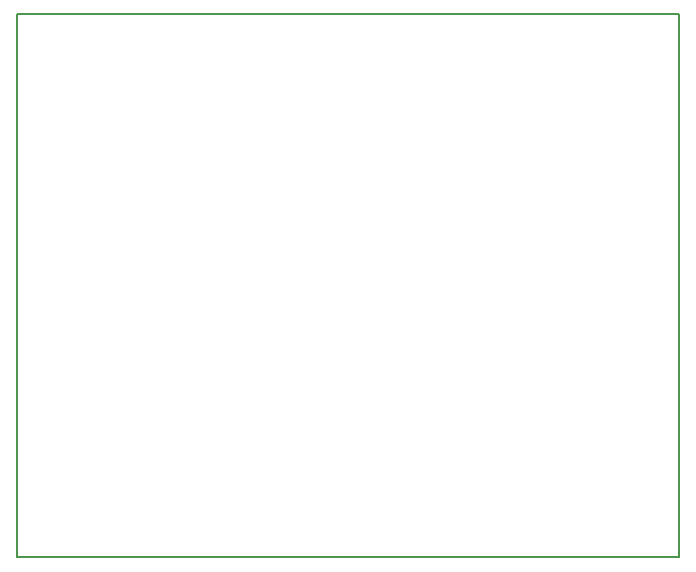
<source format=gm1>
G04 #@! TF.FileFunction,Profile,NP*
%FSLAX46Y46*%
G04 Gerber Fmt 4.6, Leading zero omitted, Abs format (unit mm)*
G04 Created by KiCad (PCBNEW 4.0.2+e4-6225~38~ubuntu14.04.1-stable) date Thu 16 Jun 2016 08:22:09 PM ADT*
%MOMM*%
G01*
G04 APERTURE LIST*
%ADD10C,0.100000*%
%ADD11C,0.150000*%
G04 APERTURE END LIST*
D10*
D11*
X176000000Y-73000000D02*
X176000000Y-73500000D01*
X120000000Y-119000000D02*
X120000000Y-73000000D01*
X176000000Y-119000000D02*
X120000000Y-119000000D01*
X176000000Y-73500000D02*
X176000000Y-119000000D01*
X120000000Y-73000000D02*
X176000000Y-73000000D01*
M02*

</source>
